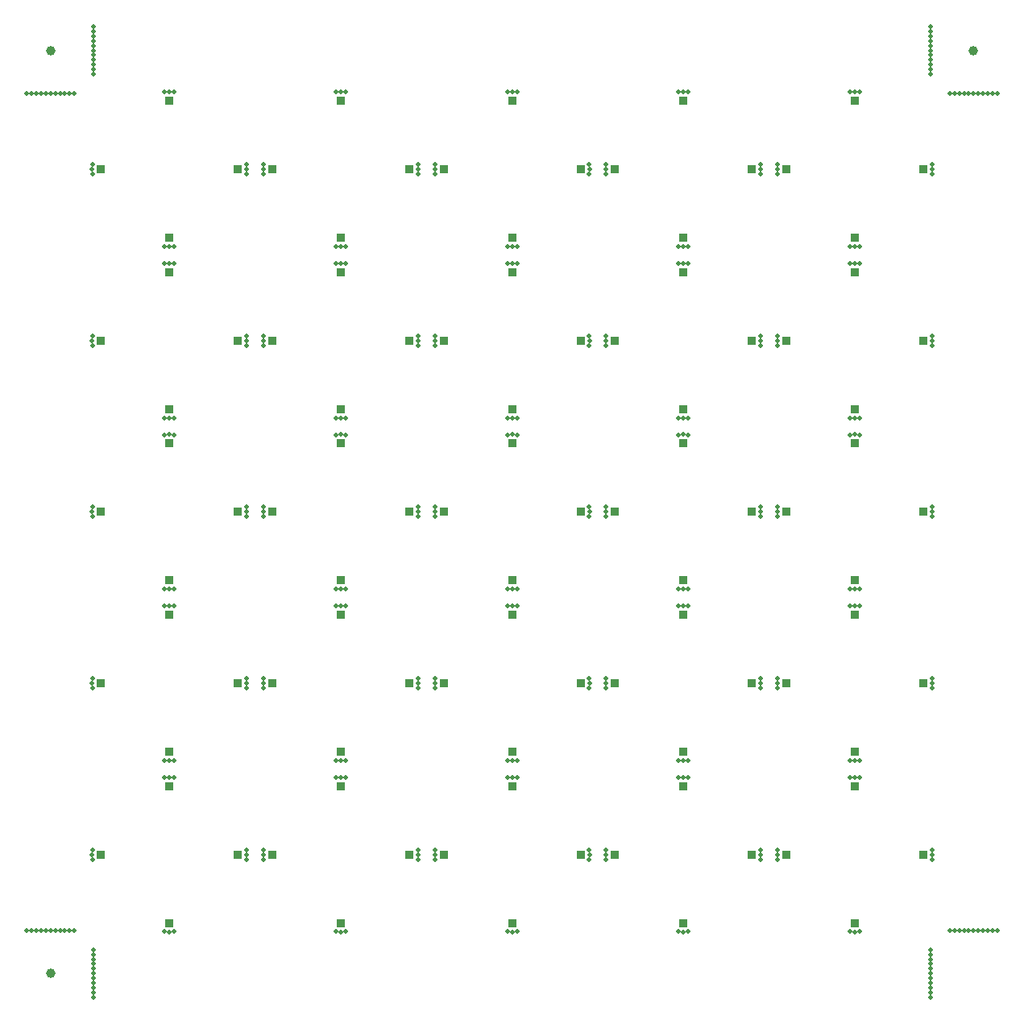
<source format=gbr>
%TF.GenerationSoftware,KiCad,Pcbnew,7.0.7-7.0.7~ubuntu20.04.1*%
%TF.CreationDate,2023-08-22T16:04:55-04:00*%
%TF.ProjectId,bno08x-i2c-board-v6-large-crystal-panel,626e6f30-3878-42d6-9932-632d626f6172,rev?*%
%TF.SameCoordinates,Original*%
%TF.FileFunction,Soldermask,Bot*%
%TF.FilePolarity,Negative*%
%FSLAX46Y46*%
G04 Gerber Fmt 4.6, Leading zero omitted, Abs format (unit mm)*
G04 Created by KiCad (PCBNEW 7.0.7-7.0.7~ubuntu20.04.1) date 2023-08-22 16:04:55*
%MOMM*%
%LPD*%
G01*
G04 APERTURE LIST*
%ADD10C,0.500000*%
%ADD11R,0.850000X0.850000*%
%ADD12C,1.000000*%
G04 APERTURE END LIST*
D10*
%TO.C,REF\u002A\u002A*%
X6890197Y-69506570D03*
%TD*%
%TO.C,REF\u002A\u002A*%
X32997189Y-24876246D03*
%TD*%
%TO.C,REF\u002A\u002A*%
X15505875Y-59106021D03*
%TD*%
%TO.C,REF\u002A\u002A*%
X59122437Y-32999386D03*
%TD*%
%TO.C,REF\u002A\u002A*%
X69505875Y-24892754D03*
%TD*%
%TO.C,REF\u002A\u002A*%
X15505875Y-23106021D03*
%TD*%
%TO.C,REF\u002A\u002A*%
X33505875Y-41106021D03*
%TD*%
%TO.C,REF\u002A\u002A*%
X15505875Y-95106021D03*
%TD*%
%TO.C,REF\u002A\u002A*%
X95104699Y-69508115D03*
%TD*%
%TO.C,REF\u002A\u002A*%
X78875074Y-32999387D03*
%TD*%
%TO.C,REF\u002A\u002A*%
X50488391Y-60890490D03*
%TD*%
%TO.C,REF\u002A\u002A*%
X24890196Y-14492206D03*
%TD*%
%TO.C,REF\u002A\u002A*%
X59104699Y-86490660D03*
%TD*%
%TO.C,REF\u002A\u002A*%
X7000000Y-96998776D03*
%TD*%
%TO.C,REF\u002A\u002A*%
X7000000Y-98498776D03*
%TD*%
%TO.C,REF\u002A\u002A*%
X59104699Y-69508115D03*
%TD*%
%TO.C,REF\u002A\u002A*%
X97997552Y-94998775D03*
%TD*%
%TO.C,REF\u002A\u002A*%
X77104699Y-33508115D03*
%TD*%
%TO.C,REF\u002A\u002A*%
X24890321Y-69506564D03*
%TD*%
D11*
%TO.C,J4*%
X58197552Y-50999388D03*
%TD*%
%TO.C,J2*%
X68997552Y-43799388D03*
%TD*%
D10*
%TO.C,REF\u002A\u002A*%
X32488391Y-41108285D03*
%TD*%
%TO.C,REF\u002A\u002A*%
X60890161Y-50492203D03*
%TD*%
%TO.C,REF\u002A\u002A*%
X95104699Y-33508115D03*
%TD*%
%TO.C,REF\u002A\u002A*%
X68488391Y-95108285D03*
%TD*%
D11*
%TO.C,J4*%
X22197552Y-32999388D03*
%TD*%
D10*
%TO.C,REF\u002A\u002A*%
X7000000Y-101498776D03*
%TD*%
%TO.C,REF\u002A\u002A*%
X6875000Y-86999388D03*
%TD*%
D11*
%TO.C,J3*%
X25797552Y-68999388D03*
%TD*%
D10*
%TO.C,REF\u002A\u002A*%
X68997189Y-77122529D03*
%TD*%
D11*
%TO.C,J2*%
X14997552Y-43799388D03*
%TD*%
D10*
%TO.C,REF\u002A\u002A*%
X99997552Y-94998775D03*
%TD*%
%TO.C,REF\u002A\u002A*%
X95104699Y-15508115D03*
%TD*%
%TO.C,REF\u002A\u002A*%
X100997552Y-7000000D03*
%TD*%
%TO.C,REF\u002A\u002A*%
X50997189Y-59122529D03*
%TD*%
%TO.C,REF\u002A\u002A*%
X23104699Y-33508115D03*
%TD*%
%TO.C,REF\u002A\u002A*%
X94997551Y-101998776D03*
%TD*%
%TO.C,REF\u002A\u002A*%
X99997552Y-7000000D03*
%TD*%
%TO.C,REF\u002A\u002A*%
X68997189Y-6876247D03*
%TD*%
D11*
%TO.C,J2*%
X86997552Y-79799388D03*
%TD*%
D10*
%TO.C,REF\u002A\u002A*%
X6890197Y-51506570D03*
%TD*%
%TO.C,REF\u002A\u002A*%
X7000000Y0D03*
%TD*%
%TO.C,REF\u002A\u002A*%
X59104699Y-51508115D03*
%TD*%
%TO.C,REF\u002A\u002A*%
X15505875Y-77106021D03*
%TD*%
%TO.C,REF\u002A\u002A*%
X95122437Y-32999386D03*
%TD*%
D11*
%TO.C,J1*%
X32997552Y-76199388D03*
%TD*%
D10*
%TO.C,REF\u002A\u002A*%
X94997551Y-101498776D03*
%TD*%
D11*
%TO.C,J3*%
X43797552Y-32999388D03*
%TD*%
D10*
%TO.C,REF\u002A\u002A*%
X42874999Y-32999387D03*
%TD*%
D11*
%TO.C,J4*%
X22197552Y-86999388D03*
%TD*%
D10*
%TO.C,REF\u002A\u002A*%
X15505875Y-78892754D03*
%TD*%
%TO.C,REF\u002A\u002A*%
X42890321Y-69506564D03*
%TD*%
%TO.C,REF\u002A\u002A*%
X77104699Y-15508115D03*
%TD*%
%TO.C,REF\u002A\u002A*%
X59104699Y-68490660D03*
%TD*%
%TO.C,REF\u002A\u002A*%
X23122437Y-14999387D03*
%TD*%
%TO.C,REF\u002A\u002A*%
X32488391Y-77108285D03*
%TD*%
%TO.C,REF\u002A\u002A*%
X24890196Y-33506570D03*
%TD*%
%TO.C,REF\u002A\u002A*%
X60875074Y-32999387D03*
%TD*%
%TO.C,REF\u002A\u002A*%
X86997189Y-95122529D03*
%TD*%
%TO.C,REF\u002A\u002A*%
X87505875Y-23106021D03*
%TD*%
%TO.C,REF\u002A\u002A*%
X50488391Y-95108285D03*
%TD*%
D11*
%TO.C,J4*%
X76197552Y-14999388D03*
%TD*%
%TO.C,J4*%
X76197552Y-32999388D03*
%TD*%
D10*
%TO.C,REF\u002A\u002A*%
X95104699Y-68490660D03*
%TD*%
%TO.C,REF\u002A\u002A*%
X7000000Y-500000D03*
%TD*%
%TO.C,REF\u002A\u002A*%
X32488391Y-60890490D03*
%TD*%
D11*
%TO.C,J3*%
X25797552Y-50999388D03*
%TD*%
D10*
%TO.C,REF\u002A\u002A*%
X7000000Y-3500000D03*
%TD*%
%TO.C,REF\u002A\u002A*%
X14488392Y-23108285D03*
%TD*%
%TO.C,REF\u002A\u002A*%
X14997190Y-77122529D03*
%TD*%
%TO.C,REF\u002A\u002A*%
X68488391Y-77108285D03*
%TD*%
%TO.C,REF\u002A\u002A*%
X77104699Y-50490660D03*
%TD*%
D11*
%TO.C,J4*%
X40197552Y-32999388D03*
%TD*%
D10*
%TO.C,REF\u002A\u002A*%
X94997551Y-99998776D03*
%TD*%
%TO.C,REF\u002A\u002A*%
X94997551Y-100998776D03*
%TD*%
D11*
%TO.C,J3*%
X7797552Y-68999388D03*
%TD*%
D10*
%TO.C,REF\u002A\u002A*%
X32997189Y-60876246D03*
%TD*%
D11*
%TO.C,J3*%
X79797552Y-14999388D03*
%TD*%
D10*
%TO.C,REF\u002A\u002A*%
X60875074Y-68999387D03*
%TD*%
%TO.C,REF\u002A\u002A*%
X98497552Y-94998775D03*
%TD*%
%TO.C,REF\u002A\u002A*%
X41104699Y-50490660D03*
%TD*%
%TO.C,REF\u002A\u002A*%
X42890196Y-50492205D03*
%TD*%
%TO.C,REF\u002A\u002A*%
X32997189Y-59122529D03*
%TD*%
%TO.C,REF\u002A\u002A*%
X87505875Y-59106021D03*
%TD*%
%TO.C,REF\u002A\u002A*%
X94997551Y-96998776D03*
%TD*%
D11*
%TO.C,J4*%
X40197552Y-50999388D03*
%TD*%
%TO.C,J4*%
X94197552Y-50999388D03*
%TD*%
D10*
%TO.C,REF\u002A\u002A*%
X50997189Y-95122529D03*
%TD*%
D11*
%TO.C,J3*%
X79797552Y-32999388D03*
%TD*%
%TO.C,J3*%
X43797552Y-68999388D03*
%TD*%
D10*
%TO.C,REF\u002A\u002A*%
X51505875Y-42892754D03*
%TD*%
%TO.C,REF\u002A\u002A*%
X68488391Y-23108285D03*
%TD*%
%TO.C,REF\u002A\u002A*%
X98997552Y-94998775D03*
%TD*%
%TO.C,REF\u002A\u002A*%
X68997189Y-23122529D03*
%TD*%
D11*
%TO.C,J4*%
X94197552Y-14999388D03*
%TD*%
D10*
%TO.C,REF\u002A\u002A*%
X14997190Y-41122529D03*
%TD*%
%TO.C,REF\u002A\u002A*%
X14488392Y-95108285D03*
%TD*%
%TO.C,REF\u002A\u002A*%
X32488391Y-6890491D03*
%TD*%
D11*
%TO.C,J2*%
X14997552Y-7799388D03*
%TD*%
%TO.C,J3*%
X61797552Y-14999388D03*
%TD*%
D10*
%TO.C,REF\u002A\u002A*%
X14488392Y-42890490D03*
%TD*%
D11*
%TO.C,J2*%
X50997552Y-79799388D03*
%TD*%
D10*
%TO.C,REF\u002A\u002A*%
X86997189Y-59122529D03*
%TD*%
%TO.C,REF\u002A\u002A*%
X78890321Y-87506564D03*
%TD*%
%TO.C,REF\u002A\u002A*%
X78890161Y-50492203D03*
%TD*%
%TO.C,REF\u002A\u002A*%
X5000000Y-94998775D03*
%TD*%
%TO.C,REF\u002A\u002A*%
X60890321Y-15506564D03*
%TD*%
%TO.C,REF\u002A\u002A*%
X69505875Y-42892754D03*
%TD*%
D11*
%TO.C,J4*%
X40197552Y-86999388D03*
%TD*%
D10*
%TO.C,REF\u002A\u002A*%
X4500000Y-94998775D03*
%TD*%
%TO.C,REF\u002A\u002A*%
X1000000Y-94998775D03*
%TD*%
%TO.C,REF\u002A\u002A*%
X33505875Y-60892754D03*
%TD*%
%TO.C,REF\u002A\u002A*%
X7000000Y-4000000D03*
%TD*%
%TO.C,REF\u002A\u002A*%
X99497552Y-7000000D03*
%TD*%
%TO.C,REF\u002A\u002A*%
X500000Y-94998775D03*
%TD*%
%TO.C,REF\u002A\u002A*%
X77104699Y-86490660D03*
%TD*%
%TO.C,REF\u002A\u002A*%
X6890322Y-86492211D03*
%TD*%
%TO.C,REF\u002A\u002A*%
X14997190Y-42876246D03*
%TD*%
%TO.C,REF\u002A\u002A*%
X24874999Y-68999387D03*
%TD*%
%TO.C,REF\u002A\u002A*%
X2500000Y-7000000D03*
%TD*%
%TO.C,REF\u002A\u002A*%
X100497552Y-94998775D03*
%TD*%
%TO.C,REF\u002A\u002A*%
X41104699Y-68490660D03*
%TD*%
%TO.C,REF\u002A\u002A*%
X59104699Y-15508115D03*
%TD*%
%TO.C,REF\u002A\u002A*%
X14488392Y-24890490D03*
%TD*%
%TO.C,REF\u002A\u002A*%
X60890321Y-87506564D03*
%TD*%
%TO.C,REF\u002A\u002A*%
X59104699Y-33508115D03*
%TD*%
%TO.C,REF\u002A\u002A*%
X7000000Y-99498776D03*
%TD*%
D11*
%TO.C,J2*%
X50997552Y-25799388D03*
%TD*%
D10*
%TO.C,REF\u002A\u002A*%
X77104699Y-51508115D03*
%TD*%
%TO.C,REF\u002A\u002A*%
X2000000Y-7000000D03*
%TD*%
%TO.C,REF\u002A\u002A*%
X32488391Y-78890490D03*
%TD*%
%TO.C,REF\u002A\u002A*%
X97497552Y-94998775D03*
%TD*%
D11*
%TO.C,J4*%
X22197552Y-14999388D03*
%TD*%
D10*
%TO.C,REF\u002A\u002A*%
X87505875Y-42892754D03*
%TD*%
D11*
%TO.C,J3*%
X61797552Y-32999388D03*
%TD*%
%TO.C,J4*%
X94197552Y-86999388D03*
%TD*%
D10*
%TO.C,REF\u002A\u002A*%
X7000000Y-98998776D03*
%TD*%
D11*
%TO.C,J1*%
X50997552Y-94199388D03*
%TD*%
D10*
%TO.C,REF\u002A\u002A*%
X86997189Y-23122529D03*
%TD*%
%TO.C,REF\u002A\u002A*%
X60890161Y-86492203D03*
%TD*%
D11*
%TO.C,J4*%
X22197552Y-68999388D03*
%TD*%
D10*
%TO.C,REF\u002A\u002A*%
X14488392Y-59108285D03*
%TD*%
%TO.C,REF\u002A\u002A*%
X51505875Y-24892754D03*
%TD*%
D11*
%TO.C,J3*%
X43797552Y-14999388D03*
%TD*%
D10*
%TO.C,REF\u002A\u002A*%
X6890197Y-87506570D03*
%TD*%
%TO.C,REF\u002A\u002A*%
X24874999Y-50999387D03*
%TD*%
%TO.C,REF\u002A\u002A*%
X69505875Y-77106021D03*
%TD*%
D11*
%TO.C,J2*%
X32997552Y-25799388D03*
%TD*%
D10*
%TO.C,REF\u002A\u002A*%
X24874999Y-32999388D03*
%TD*%
%TO.C,REF\u002A\u002A*%
X69505875Y-95106021D03*
%TD*%
%TO.C,REF\u002A\u002A*%
X41104699Y-69508115D03*
%TD*%
%TO.C,REF\u002A\u002A*%
X4000000Y-7000000D03*
%TD*%
%TO.C,REF\u002A\u002A*%
X51505875Y-60892754D03*
%TD*%
%TO.C,REF\u002A\u002A*%
X69505875Y-78892754D03*
%TD*%
D11*
%TO.C,J4*%
X94197552Y-32999388D03*
%TD*%
D10*
%TO.C,REF\u002A\u002A*%
X32997189Y-95122529D03*
%TD*%
%TO.C,REF\u002A\u002A*%
X51505875Y-59106021D03*
%TD*%
D11*
%TO.C,J2*%
X14997552Y-25799388D03*
%TD*%
%TO.C,J1*%
X68997552Y-58199388D03*
%TD*%
D10*
%TO.C,REF\u002A\u002A*%
X68488391Y-78890490D03*
%TD*%
%TO.C,REF\u002A\u002A*%
X32997189Y-77122529D03*
%TD*%
%TO.C,REF\u002A\u002A*%
X68488391Y-41108285D03*
%TD*%
D11*
%TO.C,J1*%
X68997552Y-76199388D03*
%TD*%
D10*
%TO.C,REF\u002A\u002A*%
X500000Y-7000000D03*
%TD*%
%TO.C,REF\u002A\u002A*%
X7000000Y-3000000D03*
%TD*%
D11*
%TO.C,J2*%
X86997552Y-43799388D03*
%TD*%
%TO.C,J1*%
X68997552Y-22199388D03*
%TD*%
D10*
%TO.C,REF\u002A\u002A*%
X95122437Y-86999386D03*
%TD*%
%TO.C,REF\u002A\u002A*%
X87505875Y-78892754D03*
%TD*%
%TO.C,REF\u002A\u002A*%
X59122437Y-50999386D03*
%TD*%
%TO.C,REF\u002A\u002A*%
X59122437Y-86999386D03*
%TD*%
%TO.C,REF\u002A\u002A*%
X24890321Y-32492211D03*
%TD*%
%TO.C,REF\u002A\u002A*%
X50997189Y-42876246D03*
%TD*%
D11*
%TO.C,J3*%
X43797552Y-86999388D03*
%TD*%
D10*
%TO.C,REF\u002A\u002A*%
X50997189Y-6876247D03*
%TD*%
%TO.C,REF\u002A\u002A*%
X68997189Y-60876246D03*
%TD*%
%TO.C,REF\u002A\u002A*%
X24890196Y-50492205D03*
%TD*%
%TO.C,REF\u002A\u002A*%
X7000000Y-97998776D03*
%TD*%
%TO.C,REF\u002A\u002A*%
X59104699Y-32490660D03*
%TD*%
%TO.C,REF\u002A\u002A*%
X23104699Y-87508115D03*
%TD*%
D11*
%TO.C,J1*%
X14997552Y-58199388D03*
%TD*%
D10*
%TO.C,REF\u002A\u002A*%
X78890321Y-69506564D03*
%TD*%
D11*
%TO.C,J3*%
X61797552Y-50999388D03*
%TD*%
D10*
%TO.C,REF\u002A\u002A*%
X87505875Y-41106021D03*
%TD*%
%TO.C,REF\u002A\u002A*%
X42890321Y-87506564D03*
%TD*%
D11*
%TO.C,J3*%
X25797552Y-86999388D03*
%TD*%
%TO.C,J1*%
X86997552Y-40199388D03*
%TD*%
%TO.C,J1*%
X50997552Y-40199388D03*
%TD*%
D10*
%TO.C,REF\u002A\u002A*%
X32488391Y-59108285D03*
%TD*%
%TO.C,REF\u002A\u002A*%
X24874999Y-86999387D03*
%TD*%
%TO.C,REF\u002A\u002A*%
X98497552Y-7000000D03*
%TD*%
D11*
%TO.C,J1*%
X68997552Y-94199388D03*
%TD*%
D10*
%TO.C,REF\u002A\u002A*%
X94997551Y-500000D03*
%TD*%
%TO.C,REF\u002A\u002A*%
X3500000Y-7000000D03*
%TD*%
D11*
%TO.C,J4*%
X76197552Y-50999388D03*
%TD*%
D10*
%TO.C,REF\u002A\u002A*%
X0Y-94998775D03*
%TD*%
%TO.C,REF\u002A\u002A*%
X33505875Y-95106021D03*
%TD*%
D11*
%TO.C,J4*%
X58197552Y-14999388D03*
%TD*%
D10*
%TO.C,REF\u002A\u002A*%
X69505875Y-41106021D03*
%TD*%
%TO.C,REF\u002A\u002A*%
X94997551Y-4500000D03*
%TD*%
%TO.C,REF\u002A\u002A*%
X24890321Y-15506564D03*
%TD*%
%TO.C,REF\u002A\u002A*%
X87505875Y-6892755D03*
%TD*%
%TO.C,REF\u002A\u002A*%
X95122437Y-50999386D03*
%TD*%
D11*
%TO.C,J4*%
X40197552Y-68999388D03*
%TD*%
D10*
%TO.C,REF\u002A\u002A*%
X77104699Y-14490661D03*
%TD*%
%TO.C,REF\u002A\u002A*%
X33505875Y-6892755D03*
%TD*%
%TO.C,REF\u002A\u002A*%
X41104699Y-87508115D03*
%TD*%
%TO.C,REF\u002A\u002A*%
X41122437Y-68999386D03*
%TD*%
%TO.C,REF\u002A\u002A*%
X5000000Y-7000000D03*
%TD*%
%TO.C,REF\u002A\u002A*%
X68488391Y-24890490D03*
%TD*%
%TO.C,REF\u002A\u002A*%
X95104699Y-14490661D03*
%TD*%
%TO.C,REF\u002A\u002A*%
X78890321Y-51506564D03*
%TD*%
%TO.C,REF\u002A\u002A*%
X77122437Y-14999387D03*
%TD*%
%TO.C,REF\u002A\u002A*%
X7000000Y-99998776D03*
%TD*%
%TO.C,REF\u002A\u002A*%
X24874999Y-14999388D03*
%TD*%
%TO.C,REF\u002A\u002A*%
X23104699Y-14490661D03*
%TD*%
%TO.C,REF\u002A\u002A*%
X94997551Y-100498776D03*
%TD*%
%TO.C,REF\u002A\u002A*%
X42890321Y-51506564D03*
%TD*%
%TO.C,REF\u002A\u002A*%
X68488391Y-42890490D03*
%TD*%
%TO.C,REF\u002A\u002A*%
X14997190Y-6876247D03*
%TD*%
%TO.C,REF\u002A\u002A*%
X32997189Y-42876246D03*
%TD*%
D11*
%TO.C,J3*%
X25797552Y-32999388D03*
%TD*%
D10*
%TO.C,REF\u002A\u002A*%
X32997189Y-78876246D03*
%TD*%
%TO.C,REF\u002A\u002A*%
X98997552Y-7000000D03*
%TD*%
%TO.C,REF\u002A\u002A*%
X14997190Y-95122529D03*
%TD*%
D11*
%TO.C,J3*%
X79797552Y-68999388D03*
%TD*%
D10*
%TO.C,REF\u002A\u002A*%
X7000000Y-5000000D03*
%TD*%
%TO.C,REF\u002A\u002A*%
X86997189Y-42876246D03*
%TD*%
%TO.C,REF\u002A\u002A*%
X7000000Y-97498776D03*
%TD*%
%TO.C,REF\u002A\u002A*%
X78875074Y-50999387D03*
%TD*%
%TO.C,REF\u002A\u002A*%
X33505875Y-23106021D03*
%TD*%
%TO.C,REF\u002A\u002A*%
X68997189Y-59122529D03*
%TD*%
D11*
%TO.C,J2*%
X86997552Y-61799388D03*
%TD*%
D10*
%TO.C,REF\u002A\u002A*%
X3000000Y-7000000D03*
%TD*%
%TO.C,REF\u002A\u002A*%
X94997551Y-1000000D03*
%TD*%
D11*
%TO.C,J1*%
X50997552Y-22199388D03*
%TD*%
D10*
%TO.C,REF\u002A\u002A*%
X86488391Y-42890490D03*
%TD*%
%TO.C,REF\u002A\u002A*%
X51505875Y-78892754D03*
%TD*%
%TO.C,REF\u002A\u002A*%
X1500000Y-7000000D03*
%TD*%
%TO.C,REF\u002A\u002A*%
X78890161Y-86492203D03*
%TD*%
%TO.C,REF\u002A\u002A*%
X0Y-7000000D03*
%TD*%
%TO.C,REF\u002A\u002A*%
X94997551Y-98998776D03*
%TD*%
%TO.C,REF\u002A\u002A*%
X23104699Y-50490660D03*
%TD*%
%TO.C,REF\u002A\u002A*%
X15505875Y-60892754D03*
%TD*%
%TO.C,REF\u002A\u002A*%
X7000000Y-1000000D03*
%TD*%
D11*
%TO.C,J2*%
X32997552Y-43799388D03*
%TD*%
%TO.C,J1*%
X32997552Y-94199388D03*
%TD*%
D10*
%TO.C,REF\u002A\u002A*%
X60875074Y-86999387D03*
%TD*%
%TO.C,REF\u002A\u002A*%
X41122437Y-86999386D03*
%TD*%
%TO.C,REF\u002A\u002A*%
X14997190Y-24876246D03*
%TD*%
%TO.C,REF\u002A\u002A*%
X3500000Y-94998775D03*
%TD*%
%TO.C,REF\u002A\u002A*%
X15505875Y-24892754D03*
%TD*%
%TO.C,REF\u002A\u002A*%
X68488391Y-6890491D03*
%TD*%
%TO.C,REF\u002A\u002A*%
X41104699Y-51508115D03*
%TD*%
%TO.C,REF\u002A\u002A*%
X86997189Y-77122529D03*
%TD*%
%TO.C,REF\u002A\u002A*%
X68997189Y-42876246D03*
%TD*%
%TO.C,REF\u002A\u002A*%
X59104699Y-14490661D03*
%TD*%
%TO.C,REF\u002A\u002A*%
X15505875Y-41106021D03*
%TD*%
%TO.C,REF\u002A\u002A*%
X14488392Y-60890490D03*
%TD*%
%TO.C,REF\u002A\u002A*%
X23104699Y-68490660D03*
%TD*%
%TO.C,REF\u002A\u002A*%
X41104699Y-32490660D03*
%TD*%
%TO.C,REF\u002A\u002A*%
X68488391Y-59108285D03*
%TD*%
%TO.C,REF\u002A\u002A*%
X7000000Y-101998776D03*
%TD*%
%TO.C,REF\u002A\u002A*%
X94997551Y-99498776D03*
%TD*%
%TO.C,REF\u002A\u002A*%
X78890321Y-33506564D03*
%TD*%
%TO.C,REF\u002A\u002A*%
X41122437Y-32999386D03*
%TD*%
D11*
%TO.C,J3*%
X7797552Y-50999388D03*
%TD*%
D10*
%TO.C,REF\u002A\u002A*%
X68997189Y-24876246D03*
%TD*%
%TO.C,REF\u002A\u002A*%
X42874999Y-68999387D03*
%TD*%
D11*
%TO.C,J2*%
X68997552Y-61799388D03*
%TD*%
D10*
%TO.C,REF\u002A\u002A*%
X78875074Y-14999388D03*
%TD*%
%TO.C,REF\u002A\u002A*%
X14488392Y-41108285D03*
%TD*%
%TO.C,REF\u002A\u002A*%
X86488391Y-41108285D03*
%TD*%
%TO.C,REF\u002A\u002A*%
X51505875Y-41106021D03*
%TD*%
%TO.C,REF\u002A\u002A*%
X15505875Y-6892755D03*
%TD*%
D11*
%TO.C,J2*%
X14997552Y-79799388D03*
%TD*%
%TO.C,J3*%
X43797552Y-50999388D03*
%TD*%
D10*
%TO.C,REF\u002A\u002A*%
X100497552Y-7000000D03*
%TD*%
%TO.C,REF\u002A\u002A*%
X50488391Y-42890490D03*
%TD*%
D11*
%TO.C,J1*%
X86997552Y-76199388D03*
%TD*%
D10*
%TO.C,REF\u002A\u002A*%
X95104699Y-51508115D03*
%TD*%
%TO.C,REF\u002A\u002A*%
X60890321Y-51506564D03*
%TD*%
%TO.C,REF\u002A\u002A*%
X15505875Y-42892754D03*
%TD*%
%TO.C,REF\u002A\u002A*%
X101497552Y-94998775D03*
%TD*%
%TO.C,REF\u002A\u002A*%
X86488391Y-24890490D03*
%TD*%
%TO.C,REF\u002A\u002A*%
X77104699Y-69508115D03*
%TD*%
%TO.C,REF\u002A\u002A*%
X23104699Y-86490660D03*
%TD*%
%TO.C,REF\u002A\u002A*%
X86488391Y-60890490D03*
%TD*%
%TO.C,REF\u002A\u002A*%
X95122437Y-68999386D03*
%TD*%
%TO.C,REF\u002A\u002A*%
X94997551Y-98498776D03*
%TD*%
%TO.C,REF\u002A\u002A*%
X50997189Y-77122529D03*
%TD*%
%TO.C,REF\u002A\u002A*%
X23122437Y-32999386D03*
%TD*%
%TO.C,REF\u002A\u002A*%
X60890161Y-32492203D03*
%TD*%
%TO.C,REF\u002A\u002A*%
X50488391Y-41108285D03*
%TD*%
%TO.C,REF\u002A\u002A*%
X7000000Y-2000000D03*
%TD*%
%TO.C,REF\u002A\u002A*%
X50488391Y-6890491D03*
%TD*%
%TO.C,REF\u002A\u002A*%
X50488391Y-59108285D03*
%TD*%
%TO.C,REF\u002A\u002A*%
X86997189Y-41122529D03*
%TD*%
%TO.C,REF\u002A\u002A*%
X23122437Y-68999386D03*
%TD*%
%TO.C,REF\u002A\u002A*%
X86488391Y-77108285D03*
%TD*%
%TO.C,REF\u002A\u002A*%
X33505875Y-77106021D03*
%TD*%
%TO.C,REF\u002A\u002A*%
X96997552Y-7000000D03*
%TD*%
%TO.C,REF\u002A\u002A*%
X7000000Y-1500000D03*
%TD*%
%TO.C,REF\u002A\u002A*%
X78890321Y-15506564D03*
%TD*%
%TO.C,REF\u002A\u002A*%
X101997552Y-7000000D03*
%TD*%
%TO.C,REF\u002A\u002A*%
X50997189Y-24876246D03*
%TD*%
D11*
%TO.C,J2*%
X68997552Y-25799388D03*
%TD*%
D10*
%TO.C,REF\u002A\u002A*%
X69505875Y-23106021D03*
%TD*%
%TO.C,REF\u002A\u002A*%
X68488391Y-60890490D03*
%TD*%
%TO.C,REF\u002A\u002A*%
X59122437Y-14999387D03*
%TD*%
%TO.C,REF\u002A\u002A*%
X60890161Y-14492204D03*
%TD*%
D11*
%TO.C,J4*%
X76197552Y-68999388D03*
%TD*%
D10*
%TO.C,REF\u002A\u002A*%
X33505875Y-59106021D03*
%TD*%
%TO.C,REF\u002A\u002A*%
X6875000Y-50999388D03*
%TD*%
D11*
%TO.C,J2*%
X86997552Y-7799388D03*
%TD*%
D10*
%TO.C,REF\u002A\u002A*%
X33505875Y-42892754D03*
%TD*%
%TO.C,REF\u002A\u002A*%
X42890196Y-68492205D03*
%TD*%
%TO.C,REF\u002A\u002A*%
X68997189Y-41122529D03*
%TD*%
D11*
%TO.C,J2*%
X14997552Y-61799388D03*
%TD*%
D10*
%TO.C,REF\u002A\u002A*%
X32488391Y-23108285D03*
%TD*%
%TO.C,REF\u002A\u002A*%
X50997189Y-78876246D03*
%TD*%
%TO.C,REF\u002A\u002A*%
X78890161Y-68492203D03*
%TD*%
%TO.C,REF\u002A\u002A*%
X7000000Y-100998776D03*
%TD*%
%TO.C,REF\u002A\u002A*%
X6890322Y-50492211D03*
%TD*%
D11*
%TO.C,J1*%
X14997552Y-76199388D03*
%TD*%
D10*
%TO.C,REF\u002A\u002A*%
X77104699Y-87508115D03*
%TD*%
%TO.C,REF\u002A\u002A*%
X33505875Y-78892754D03*
%TD*%
%TO.C,REF\u002A\u002A*%
X60890321Y-33506564D03*
%TD*%
%TO.C,REF\u002A\u002A*%
X60875074Y-14999388D03*
%TD*%
%TO.C,REF\u002A\u002A*%
X24890321Y-87506564D03*
%TD*%
D11*
%TO.C,J4*%
X76197552Y-86999388D03*
%TD*%
D10*
%TO.C,REF\u002A\u002A*%
X86997189Y-6876247D03*
%TD*%
D11*
%TO.C,J1*%
X50997552Y-58199388D03*
%TD*%
D10*
%TO.C,REF\u002A\u002A*%
X42890196Y-86492205D03*
%TD*%
%TO.C,REF\u002A\u002A*%
X78890161Y-32492203D03*
%TD*%
%TO.C,REF\u002A\u002A*%
X23104699Y-32490660D03*
%TD*%
%TO.C,REF\u002A\u002A*%
X24890196Y-68492205D03*
%TD*%
%TO.C,REF\u002A\u002A*%
X101997552Y-94998775D03*
%TD*%
%TO.C,REF\u002A\u002A*%
X14488392Y-6890491D03*
%TD*%
%TO.C,REF\u002A\u002A*%
X23104699Y-69508115D03*
%TD*%
D11*
%TO.C,J1*%
X14997552Y-40199388D03*
%TD*%
D10*
%TO.C,REF\u002A\u002A*%
X23104699Y-51508115D03*
%TD*%
D11*
%TO.C,J3*%
X7797552Y-14999388D03*
%TD*%
D10*
%TO.C,REF\u002A\u002A*%
X86488391Y-95108285D03*
%TD*%
%TO.C,REF\u002A\u002A*%
X6875000Y-68999388D03*
%TD*%
%TO.C,REF\u002A\u002A*%
X6875000Y-32999388D03*
%TD*%
D11*
%TO.C,J3*%
X61797552Y-68999388D03*
%TD*%
D10*
%TO.C,REF\u002A\u002A*%
X14997190Y-23122529D03*
%TD*%
%TO.C,REF\u002A\u002A*%
X77104699Y-32490660D03*
%TD*%
%TO.C,REF\u002A\u002A*%
X60890161Y-68492203D03*
%TD*%
%TO.C,REF\u002A\u002A*%
X23122437Y-50999386D03*
%TD*%
D11*
%TO.C,J1*%
X32997552Y-22199388D03*
%TD*%
D10*
%TO.C,REF\u002A\u002A*%
X97997552Y-7000000D03*
%TD*%
%TO.C,REF\u002A\u002A*%
X86488391Y-78890490D03*
%TD*%
%TO.C,REF\u002A\u002A*%
X51505875Y-23106021D03*
%TD*%
D11*
%TO.C,J1*%
X86997552Y-94199388D03*
%TD*%
D10*
%TO.C,REF\u002A\u002A*%
X42890196Y-32492205D03*
%TD*%
D11*
%TO.C,J1*%
X50997552Y-76199388D03*
%TD*%
D10*
%TO.C,REF\u002A\u002A*%
X3000000Y-94998775D03*
%TD*%
%TO.C,REF\u002A\u002A*%
X42890196Y-14492206D03*
%TD*%
%TO.C,REF\u002A\u002A*%
X41122437Y-14999387D03*
%TD*%
%TO.C,REF\u002A\u002A*%
X6890322Y-32492211D03*
%TD*%
%TO.C,REF\u002A\u002A*%
X14488392Y-78890490D03*
%TD*%
%TO.C,REF\u002A\u002A*%
X77104699Y-68490660D03*
%TD*%
%TO.C,REF\u002A\u002A*%
X78875074Y-68999387D03*
%TD*%
%TO.C,REF\u002A\u002A*%
X32997189Y-6876247D03*
%TD*%
%TO.C,REF\u002A\u002A*%
X41104699Y-14490661D03*
%TD*%
D11*
%TO.C,J2*%
X50997552Y-7799388D03*
%TD*%
D10*
%TO.C,REF\u002A\u002A*%
X14488392Y-77108285D03*
%TD*%
%TO.C,REF\u002A\u002A*%
X2500000Y-94998775D03*
%TD*%
D11*
%TO.C,J1*%
X14997552Y-94199388D03*
%TD*%
D10*
%TO.C,REF\u002A\u002A*%
X100997552Y-94998775D03*
%TD*%
%TO.C,REF\u002A\u002A*%
X77122437Y-50999386D03*
%TD*%
%TO.C,REF\u002A\u002A*%
X95104699Y-87508115D03*
%TD*%
%TO.C,REF\u002A\u002A*%
X6890197Y-33506570D03*
%TD*%
%TO.C,REF\u002A\u002A*%
X95104699Y-32490660D03*
%TD*%
D11*
%TO.C,J1*%
X86997552Y-22199388D03*
%TD*%
D10*
%TO.C,REF\u002A\u002A*%
X50997189Y-23122529D03*
%TD*%
%TO.C,REF\u002A\u002A*%
X42890321Y-33506564D03*
%TD*%
%TO.C,REF\u002A\u002A*%
X6890162Y-15506572D03*
%TD*%
%TO.C,REF\u002A\u002A*%
X50488391Y-24890490D03*
%TD*%
%TO.C,REF\u002A\u002A*%
X42890321Y-15506564D03*
%TD*%
%TO.C,REF\u002A\u002A*%
X32488391Y-24890490D03*
%TD*%
%TO.C,REF\u002A\u002A*%
X32997189Y-23122529D03*
%TD*%
%TO.C,REF\u002A\u002A*%
X94997551Y-2000000D03*
%TD*%
D11*
%TO.C,J4*%
X94197552Y-68999388D03*
%TD*%
D10*
%TO.C,REF\u002A\u002A*%
X59122437Y-68999386D03*
%TD*%
D11*
%TO.C,J2*%
X32997552Y-7799388D03*
%TD*%
D10*
%TO.C,REF\u002A\u002A*%
X97497552Y-7000000D03*
%TD*%
%TO.C,REF\u002A\u002A*%
X94997551Y-97998776D03*
%TD*%
%TO.C,REF\u002A\u002A*%
X32488391Y-42890490D03*
%TD*%
%TO.C,REF\u002A\u002A*%
X24890321Y-51506564D03*
%TD*%
D11*
%TO.C,J2*%
X50997552Y-43799388D03*
%TD*%
D10*
%TO.C,REF\u002A\u002A*%
X2000000Y-94998775D03*
%TD*%
%TO.C,REF\u002A\u002A*%
X50488391Y-78890490D03*
%TD*%
D11*
%TO.C,J3*%
X79797552Y-86999388D03*
%TD*%
D10*
%TO.C,REF\u002A\u002A*%
X51505875Y-6892755D03*
%TD*%
D11*
%TO.C,J2*%
X86997552Y-25799388D03*
%TD*%
%TO.C,J4*%
X58197552Y-68999388D03*
%TD*%
D10*
%TO.C,REF\u002A\u002A*%
X101497552Y-7000000D03*
%TD*%
%TO.C,REF\u002A\u002A*%
X32997189Y-41122529D03*
%TD*%
%TO.C,REF\u002A\u002A*%
X94997551Y-97498776D03*
%TD*%
%TO.C,REF\u002A\u002A*%
X33505875Y-24892754D03*
%TD*%
%TO.C,REF\u002A\u002A*%
X41104699Y-86490660D03*
%TD*%
D11*
%TO.C,J2*%
X32997552Y-79799388D03*
%TD*%
D10*
%TO.C,REF\u002A\u002A*%
X42874999Y-14999388D03*
%TD*%
%TO.C,REF\u002A\u002A*%
X87505875Y-60892754D03*
%TD*%
%TO.C,REF\u002A\u002A*%
X69505875Y-60892754D03*
%TD*%
%TO.C,REF\u002A\u002A*%
X77122437Y-86999386D03*
%TD*%
D11*
%TO.C,J4*%
X58197552Y-86999388D03*
%TD*%
D10*
%TO.C,REF\u002A\u002A*%
X23104699Y-15508115D03*
%TD*%
D11*
%TO.C,J3*%
X7797552Y-86999388D03*
%TD*%
%TO.C,J3*%
X61797552Y-86999388D03*
%TD*%
%TO.C,J3*%
X79797552Y-50999388D03*
%TD*%
%TO.C,J4*%
X22197552Y-50999388D03*
%TD*%
D10*
%TO.C,REF\u002A\u002A*%
X24890196Y-86492205D03*
%TD*%
%TO.C,REF\u002A\u002A*%
X50997189Y-41122529D03*
%TD*%
%TO.C,REF\u002A\u002A*%
X6890322Y-14492212D03*
%TD*%
%TO.C,REF\u002A\u002A*%
X41104699Y-33508115D03*
%TD*%
%TO.C,REF\u002A\u002A*%
X42874999Y-86999387D03*
%TD*%
%TO.C,REF\u002A\u002A*%
X96997552Y-94998775D03*
%TD*%
%TO.C,REF\u002A\u002A*%
X86997189Y-24876246D03*
%TD*%
D11*
%TO.C,J1*%
X14997552Y-22199388D03*
%TD*%
D10*
%TO.C,REF\u002A\u002A*%
X68997189Y-78876246D03*
%TD*%
%TO.C,REF\u002A\u002A*%
X68997189Y-95122529D03*
%TD*%
%TO.C,REF\u002A\u002A*%
X4000000Y-94998775D03*
%TD*%
%TO.C,REF\u002A\u002A*%
X14997190Y-60876246D03*
%TD*%
%TO.C,REF\u002A\u002A*%
X95104699Y-50490660D03*
%TD*%
%TO.C,REF\u002A\u002A*%
X94997551Y-3000000D03*
%TD*%
%TO.C,REF\u002A\u002A*%
X14997190Y-59122529D03*
%TD*%
%TO.C,REF\u002A\u002A*%
X1000000Y-7000000D03*
%TD*%
%TO.C,REF\u002A\u002A*%
X94997551Y-5000000D03*
%TD*%
D11*
%TO.C,J2*%
X68997552Y-79799388D03*
%TD*%
D10*
%TO.C,REF\u002A\u002A*%
X87505875Y-24892754D03*
%TD*%
%TO.C,REF\u002A\u002A*%
X78875074Y-86999387D03*
%TD*%
D11*
%TO.C,J2*%
X68997552Y-7799388D03*
%TD*%
D10*
%TO.C,REF\u002A\u002A*%
X41122437Y-50999386D03*
%TD*%
D11*
%TO.C,J1*%
X32997552Y-40199388D03*
%TD*%
D10*
%TO.C,REF\u002A\u002A*%
X87505875Y-77106021D03*
%TD*%
D11*
%TO.C,J1*%
X86997552Y-58199388D03*
%TD*%
D10*
%TO.C,REF\u002A\u002A*%
X94997551Y-1500000D03*
%TD*%
%TO.C,REF\u002A\u002A*%
X95104699Y-86490660D03*
%TD*%
D11*
%TO.C,J4*%
X40197552Y-14999388D03*
%TD*%
D10*
%TO.C,REF\u002A\u002A*%
X78890161Y-14492204D03*
%TD*%
%TO.C,REF\u002A\u002A*%
X59104699Y-87508115D03*
%TD*%
%TO.C,REF\u002A\u002A*%
X41104699Y-15508115D03*
%TD*%
%TO.C,REF\u002A\u002A*%
X87505875Y-95106021D03*
%TD*%
D11*
%TO.C,J3*%
X25797552Y-14999388D03*
%TD*%
D10*
%TO.C,REF\u002A\u002A*%
X32488391Y-95108285D03*
%TD*%
%TO.C,REF\u002A\u002A*%
X86997189Y-60876246D03*
%TD*%
%TO.C,REF\u002A\u002A*%
X42874999Y-50999387D03*
%TD*%
%TO.C,REF\u002A\u002A*%
X60875074Y-50999387D03*
%TD*%
%TO.C,REF\u002A\u002A*%
X94997551Y-4000000D03*
%TD*%
%TO.C,REF\u002A\u002A*%
X60890321Y-69506564D03*
%TD*%
%TO.C,REF\u002A\u002A*%
X51505875Y-95106021D03*
%TD*%
%TO.C,REF\u002A\u002A*%
X77122437Y-68999386D03*
%TD*%
%TO.C,REF\u002A\u002A*%
X7000000Y-4500000D03*
%TD*%
D11*
%TO.C,J2*%
X50997552Y-61799388D03*
%TD*%
D10*
%TO.C,REF\u002A\u002A*%
X86997189Y-78876246D03*
%TD*%
%TO.C,REF\u002A\u002A*%
X51505875Y-77106021D03*
%TD*%
%TO.C,REF\u002A\u002A*%
X86488391Y-6890491D03*
%TD*%
%TO.C,REF\u002A\u002A*%
X99497552Y-94998775D03*
%TD*%
%TO.C,REF\u002A\u002A*%
X94997551Y-2500000D03*
%TD*%
%TO.C,REF\u002A\u002A*%
X50997189Y-60876246D03*
%TD*%
%TO.C,REF\u002A\u002A*%
X94997551Y0D03*
%TD*%
%TO.C,REF\u002A\u002A*%
X50488391Y-23108285D03*
%TD*%
%TO.C,REF\u002A\u002A*%
X23122437Y-86999386D03*
%TD*%
%TO.C,REF\u002A\u002A*%
X6890322Y-68492211D03*
%TD*%
D11*
%TO.C,J4*%
X58197552Y-32999388D03*
%TD*%
D10*
%TO.C,REF\u002A\u002A*%
X95122437Y-14999387D03*
%TD*%
D11*
%TO.C,J3*%
X7797552Y-32999388D03*
%TD*%
D10*
%TO.C,REF\u002A\u002A*%
X1500000Y-94998775D03*
%TD*%
D11*
%TO.C,J2*%
X32997552Y-61799388D03*
%TD*%
D10*
%TO.C,REF\u002A\u002A*%
X7000000Y-2500000D03*
%TD*%
%TO.C,REF\u002A\u002A*%
X94997551Y-3500000D03*
%TD*%
%TO.C,REF\u002A\u002A*%
X77122437Y-32999386D03*
%TD*%
%TO.C,REF\u002A\u002A*%
X6875075Y-14999388D03*
%TD*%
D11*
%TO.C,J1*%
X68997552Y-40199388D03*
%TD*%
D10*
%TO.C,REF\u002A\u002A*%
X50488391Y-77108285D03*
%TD*%
D11*
%TO.C,J1*%
X32997552Y-58199388D03*
%TD*%
D10*
%TO.C,REF\u002A\u002A*%
X14997190Y-78876246D03*
%TD*%
%TO.C,REF\u002A\u002A*%
X86488391Y-59108285D03*
%TD*%
%TO.C,REF\u002A\u002A*%
X4500000Y-7000000D03*
%TD*%
%TO.C,REF\u002A\u002A*%
X59104699Y-50490660D03*
%TD*%
%TO.C,REF\u002A\u002A*%
X69505875Y-59106021D03*
%TD*%
%TO.C,REF\u002A\u002A*%
X86488391Y-23108285D03*
%TD*%
%TO.C,REF\u002A\u002A*%
X69505875Y-6892755D03*
%TD*%
%TO.C,REF\u002A\u002A*%
X7000000Y-100498776D03*
%TD*%
D12*
%TO.C,REF\u002A\u002A*%
X2500000Y-2500000D03*
%TD*%
%TO.C,REF\u002A\u002A*%
X99497552Y-2500000D03*
%TD*%
%TO.C,REF\u002A\u002A*%
X2500000Y-99498776D03*
%TD*%
M02*

</source>
